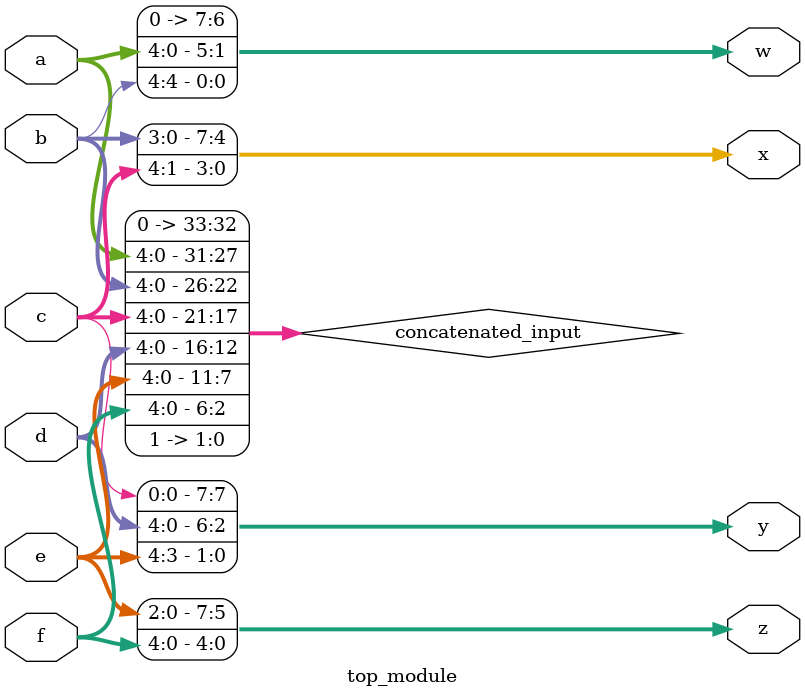
<source format=sv>
module top_module (
    input [4:0] a,
    input [4:0] b,
    input [4:0] c,
    input [4:0] d,
    input [4:0] e,
    input [4:0] f,
    output [7:0] w,
    output [7:0] x,
    output [7:0] y,
    output [7:0] z
);

    wire [33:0] concatenated_input;

    // Concatenate inputs and add two 1 bits at the LSB positions
    assign concatenated_input = {a, b, c, d, e, f, 2'b11};

    // Split the concatenated result into the output vectors
    assign w = concatenated_input[33:26];
    assign x = concatenated_input[25:18];
    assign y = concatenated_input[17:10];
    assign z = concatenated_input[9:2];

endmodule

</source>
